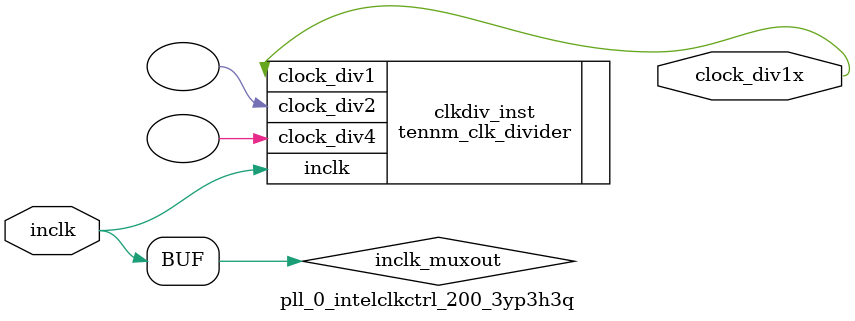
<source format=v>


`timescale 1 ps / 1 ps
// synopsys translate_on
module  pll_0_intelclkctrl_200_3yp3h3q  (
    inclk,
    clock_div1x
);

input inclk;
output clock_div1x;

wire inclk_muxout;

assign inclk_muxout = inclk;   
tennm_clk_divider clkdiv_inst (
    .inclk(inclk_muxout), 
    .clock_div1(clock_div1x),
    .clock_div2(),
    .clock_div4()
);    

endmodule



</source>
